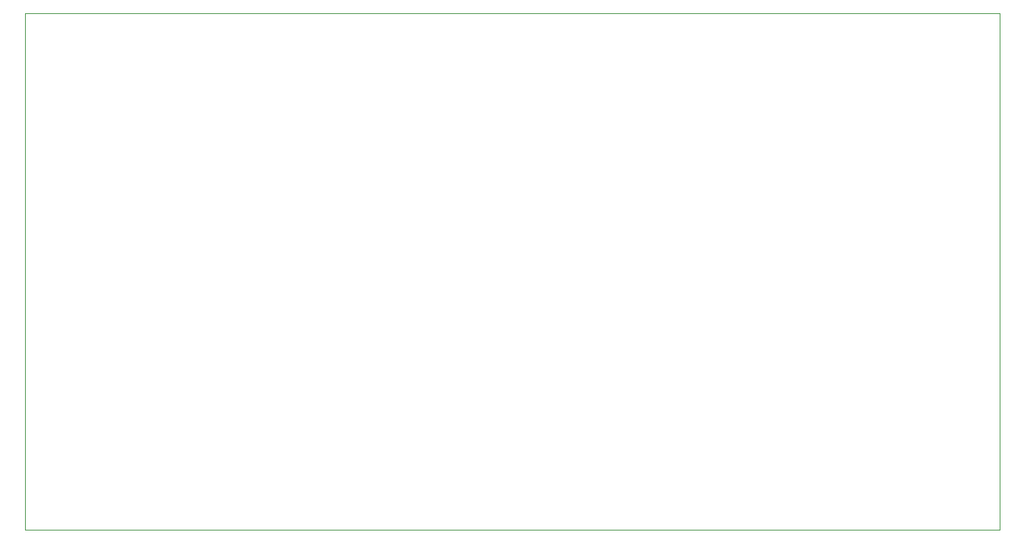
<source format=gbr>
%TF.GenerationSoftware,KiCad,Pcbnew,7.0.10*%
%TF.CreationDate,2024-04-04T22:36:58+05:30*%
%TF.ProjectId,PocketPCR,506f636b-6574-4504-9352-2e6b69636164,rev?*%
%TF.SameCoordinates,Original*%
%TF.FileFunction,Profile,NP*%
%FSLAX46Y46*%
G04 Gerber Fmt 4.6, Leading zero omitted, Abs format (unit mm)*
G04 Created by KiCad (PCBNEW 7.0.10) date 2024-04-04 22:36:58*
%MOMM*%
%LPD*%
G01*
G04 APERTURE LIST*
%TA.AperFunction,Profile*%
%ADD10C,0.100000*%
%TD*%
G04 APERTURE END LIST*
D10*
X101854000Y-43942000D02*
X213868000Y-43942000D01*
X213868000Y-103378000D01*
X101854000Y-103378000D01*
X101854000Y-43942000D01*
M02*

</source>
